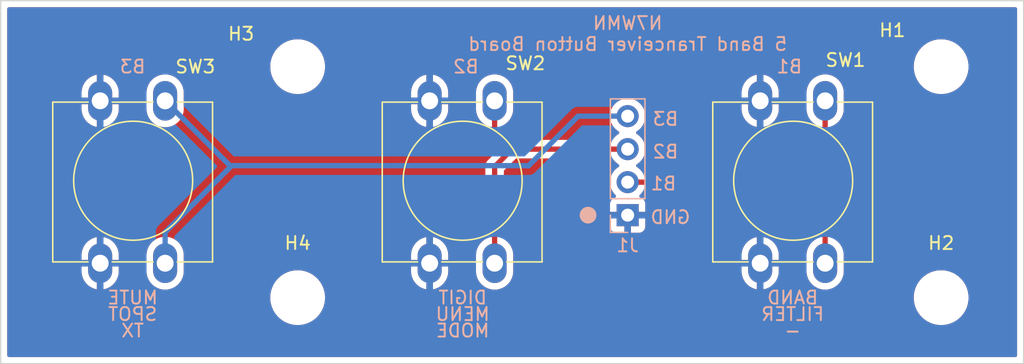
<source format=kicad_pcb>
(kicad_pcb (version 20211014) (generator pcbnew)
  (layers (0 "F.Cu" signal) (31 "B.Cu" signal) (34 "B.Paste" user) (35 "F.Paste" user) (36 "B.SilkS" user "B.Silkscreen") (37 "F.SilkS" user "F.Silkscreen") (38 "B.Mask" user) (39 "F.Mask" user) (44 "Edge.Cuts" user))
  (net 0 "")
  (net 1 "/B1")
  (net 2 "/B2")
  (net 3 "/B3")
  (net 4 "GND")
  (footprint "MountingHole:MountingHole_3.2mm_M3" (layer "F.Cu") (at 142.24 88.9)
    (fp_text reference "H4" (at 0 -4.2) (layer "F.SilkS"))
    (fp_text value "MountingHole")
    (pad "" np_thru_hole circle (at 0 0) (size 3.2 3.2) (drill 3.2) (layers *.Cu *.Mask))
  )
  (footprint "Button_Switch_THT:SW_PUSH-12mm" (layer "F.Cu") (at 177.84 86.25 90)
    (fp_text reference "SW1" (at 15.638 6.564 180) (layer "F.SilkS"))
    (fp_text value "SW_Push")
    (fp_line (start 12.4 -3.65) (end 12.4 -0.93) (layer "F.SilkS") (width 0.12))
    (fp_line (start 12.4 5.93) (end 12.4 8.65) (layer "F.SilkS") (width 0.12))
    (fp_line (start 0.1 4.07) (end 0.1 0.93) (layer "F.SilkS") (width 0.12))
    (fp_line (start 0.1 8.65) (end 0.1 5.93) (layer "F.SilkS") (width 0.12))
    (fp_line (start 12.4 0.93) (end 12.4 4.07) (layer "F.SilkS") (width 0.12))
    (fp_line (start 0.1 -3.65) (end 12.4 -3.65) (layer "F.SilkS") (width 0.12))
    (fp_line (start 0.1 -0.93) (end 0.1 -3.65) (layer "F.SilkS") (width 0.12))
    (fp_line (start 12.4 8.65) (end 0.1 8.65) (layer "F.SilkS") (width 0.12))
    (fp_circle (center 6.35 2.54) (end 10.16 5.08) (layer "F.SilkS") (width 0.12) (fill none))
    (pad "1" thru_hole oval (at 0 0 90) (size 3.048 1.85) (drill 1.3) (layers *.Cu *.Mask) (net 4 "GND"))
    (pad "1" thru_hole oval (at 12.5 0 90) (size 3.048 1.85) (drill 1.3) (layers *.Cu *.Mask) (net 4 "GND"))
    (pad "2" thru_hole oval (at 12.5 5 90) (size 3.048 1.85) (drill 1.3) (layers *.Cu *.Mask) (net 1 "/B1"))
    (pad "2" thru_hole oval (at 0 5 90) (size 3.048 1.85) (drill 1.3) (layers *.Cu *.Mask) (net 1 "/B1"))
  )
  (footprint "Button_Switch_THT:SW_PUSH-12mm" (layer "F.Cu") (at 127.04 86.25 90)
    (fp_text reference "SW3" (at 15.13 7.326 180) (layer "F.SilkS"))
    (fp_text value "SW_Push")
    (fp_line (start 12.4 0.93) (end 12.4 4.07) (layer "F.SilkS") (width 0.12))
    (fp_line (start 12.4 8.65) (end 0.1 8.65) (layer "F.SilkS") (width 0.12))
    (fp_line (start 0.1 -3.65) (end 12.4 -3.65) (layer "F.SilkS") (width 0.12))
    (fp_line (start 0.1 8.65) (end 0.1 5.93) (layer "F.SilkS") (width 0.12))
    (fp_line (start 12.4 5.93) (end 12.4 8.65) (layer "F.SilkS") (width 0.12))
    (fp_line (start 0.1 4.07) (end 0.1 0.93) (layer "F.SilkS") (width 0.12))
    (fp_line (start 0.1 -0.93) (end 0.1 -3.65) (layer "F.SilkS") (width 0.12))
    (fp_line (start 12.4 -3.65) (end 12.4 -0.93) (layer "F.SilkS") (width 0.12))
    (fp_circle (center 6.35 2.54) (end 10.16 5.08) (layer "F.SilkS") (width 0.12) (fill none))
    (pad "1" thru_hole oval (at 0 0 90) (size 3.048 1.85) (drill 1.3) (layers *.Cu *.Mask) (net 4 "GND"))
    (pad "1" thru_hole oval (at 12.5 0 90) (size 3.048 1.85) (drill 1.3) (layers *.Cu *.Mask) (net 4 "GND"))
    (pad "2" thru_hole oval (at 0 5 90) (size 3.048 1.85) (drill 1.3) (layers *.Cu *.Mask) (net 3 "/B3"))
    (pad "2" thru_hole oval (at 12.5 5 90) (size 3.048 1.85) (drill 1.3) (layers *.Cu *.Mask) (net 3 "/B3"))
  )
  (footprint "MountingHole:MountingHole_3.2mm_M3" (layer "F.Cu") (at 191.77 88.9)
    (fp_text reference "H2" (at 0 -4.2) (layer "F.SilkS"))
    (fp_text value "MountingHole")
    (pad "" np_thru_hole circle (at 0 0) (size 3.2 3.2) (drill 3.2) (layers *.Cu *.Mask))
  )
  (footprint "MountingHole:MountingHole_3.2mm_M3" (layer "F.Cu") (at 191.77 71.12)
    (fp_text reference "H1" (at -3.760197 -2.797525) (layer "F.SilkS"))
    (fp_text value "MountingHole")
    (pad "" np_thru_hole circle (at 0 0) (size 3.2 3.2) (drill 3.2) (layers *.Cu *.Mask))
  )
  (footprint "Button_Switch_THT:SW_PUSH-12mm" (layer "F.Cu") (at 152.4 86.25 90)
    (fp_text reference "SW2" (at 15.384 7.366 180) (layer "F.SilkS"))
    (fp_text value "SW_Push")
    (fp_line (start 0.1 8.65) (end 0.1 5.93) (layer "F.SilkS") (width 0.12))
    (fp_line (start 12.4 8.65) (end 0.1 8.65) (layer "F.SilkS") (width 0.12))
    (fp_line (start 0.1 -3.65) (end 12.4 -3.65) (layer "F.SilkS") (width 0.12))
    (fp_line (start 12.4 5.93) (end 12.4 8.65) (layer "F.SilkS") (width 0.12))
    (fp_line (start 12.4 -3.65) (end 12.4 -0.93) (layer "F.SilkS") (width 0.12))
    (fp_line (start 12.4 0.93) (end 12.4 4.07) (layer "F.SilkS") (width 0.12))
    (fp_line (start 0.1 4.07) (end 0.1 0.93) (layer "F.SilkS") (width 0.12))
    (fp_line (start 0.1 -0.93) (end 0.1 -3.65) (layer "F.SilkS") (width 0.12))
    (fp_circle (center 6.35 2.54) (end 10.16 5.08) (layer "F.SilkS") (width 0.12) (fill none))
    (pad "1" thru_hole oval (at 0 0 90) (size 3.048 1.85) (drill 1.3) (layers *.Cu *.Mask) (net 4 "GND"))
    (pad "1" thru_hole oval (at 12.5 0 90) (size 3.048 1.85) (drill 1.3) (layers *.Cu *.Mask) (net 4 "GND"))
    (pad "2" thru_hole oval (at 12.5 5 90) (size 3.048 1.85) (drill 1.3) (layers *.Cu *.Mask) (net 2 "/B2"))
    (pad "2" thru_hole oval (at 0 5 90) (size 3.048 1.85) (drill 1.3) (layers *.Cu *.Mask) (net 2 "/B2"))
  )
  (footprint "MountingHole:MountingHole_3.2mm_M3" (layer "F.Cu") (at 142.24 71.12)
    (fp_text reference "H3" (at -4.350855 -2.525538) (layer "F.SilkS"))
    (fp_text value "MountingHole")
    (pad "" np_thru_hole circle (at 0 0) (size 3.2 3.2) (drill 3.2) (layers *.Cu *.Mask))
  )
  (footprint "Connector_PinHeader_2.54mm:PinHeader_1x04_P2.54mm_Vertical" (layer "B.Cu") (at 167.64 82.55)
    (fp_text reference "J1" (at 0 2.33) (layer "B.SilkS") (effects (justify mirror)))
    (fp_text value "Conn_01x04_Female")
    (fp_line (start -1.33 -8.95) (end 1.33 -8.95) (layer "B.SilkS") (width 0.12))
    (fp_line (start -1.33 -1.27) (end -1.33 -8.95) (layer "B.SilkS") (width 0.12))
    (fp_line (start 1.33 -1.27) (end 1.33 -8.95) (layer "B.SilkS") (width 0.12))
    (fp_line (start -1.33 1.33) (end 0 1.33) (layer "B.SilkS") (width 0.12))
    (fp_line (start -1.33 -1.27) (end 1.33 -1.27) (layer "B.SilkS") (width 0.12))
    (fp_line (start -1.33 0) (end -1.33 1.33) (layer "B.SilkS") (width 0.12))
    (pad "1" thru_hole rect (at 0 0) (size 1.7 1.7) (drill 1) (layers *.Cu *.Mask) (net 4 "GND"))
    (pad "2" thru_hole oval (at 0 -2.54) (size 1.7 1.7) (drill 1) (layers *.Cu *.Mask) (net 1 "/B1"))
    (pad "3" thru_hole oval (at 0 -5.08) (size 1.7 1.7) (drill 1) (layers *.Cu *.Mask) (net 2 "/B2"))
    (pad "4" thru_hole oval (at 0 -7.62) (size 1.7 1.7) (drill 1) (layers *.Cu *.Mask) (net 3 "/B3"))
  )
  (gr_circle (center 164.592 82.55) (end 165.159961 82.55) (layer "B.SilkS") (width 0.15) (fill solid))
  (gr_rect (start 119.38 66.04) (end 198.12 93.98) (layer "Edge.Cuts") (width 0.1) (fill none))
  (gr_text "MUTE" (at 129.54 88.9) (layer "B.SilkS") (effects (font (size 1 1)) (justify mirror)))
  (gr_text "DIGIT" (at 154.94 88.9) (layer "B.SilkS") (effects (font (size 1 1)) (justify mirror)))
  (gr_text "SPOT" (at 129.54 90.17) (layer "B.SilkS") (effects (font (size 1 1)) (justify mirror)))
  (gr_text "TX" (at 129.54 91.44) (layer "B.SilkS") (effects (font (size 1 1)) (justify mirror)))
  (gr_text "B3" (at 129.54 71.12) (layer "B.SilkS") (effects (font (size 1 1)) (justify mirror)))
  (gr_text "MODE" (at 154.94 91.44) (layer "B.SilkS") (effects (font (size 1 1)) (justify mirror)))
  (gr_text "B1" (at 170.396371 80.121603) (layer "B.SilkS") (effects (font (size 1 1)) (justify mirror)))
  (gr_text "BAND" (at 180.34 88.9) (layer "B.SilkS") (effects (font (size 1 1)) (justify mirror)))
  (gr_text "N7WMN\n5 Band Tranceiver Button Board" (at 167.64 68.58) (layer "B.SilkS") (effects (font (size 1 1)) (justify mirror)))
  (gr_text "FILTER" (at 180.34 90.17) (layer "B.SilkS") (effects (font (size 1 1)) (justify mirror)))
  (gr_text "MENU" (at 154.94 90.17) (layer "B.SilkS") (effects (font (size 1 1)) (justify mirror)))
  (gr_text "B2" (at 170.552616 77.666329) (layer "B.SilkS") (effects (font (size 1 1)) (justify mirror)))
  (gr_text "B2" (at 155.194 71.12) (layer "B.SilkS") (effects (font (size 1 1)) (justify mirror)))
  (gr_text "B3" (at 170.552616 75.144092) (layer "B.SilkS") (effects (font (size 1 1)) (justify mirror)))
  (gr_text "B1" (at 180.086 71.12) (layer "B.SilkS") (effects (font (size 1 1)) (justify mirror)))
  (gr_text "-" (at 180.34 91.44) (layer "B.SilkS") (effects (font (size 1 1)) (justify mirror)))
  (gr_text "GND" (at 170.932067 82.710801) (layer "B.SilkS") (effects (font (size 1 1)) (justify mirror)))
  (segment (start 182.88 82.55) (end 182.84 82.59) (width 0.4064) (layer "F.Cu") (net 1))
  (segment (start 180.34 80.01) (end 182.88 82.55) (width 0.4064) (layer "F.Cu") (net 1))
  (segment (start 182.84 82.59) (end 182.84 86.25) (width 0.4064) (layer "F.Cu") (net 1))
  (segment (start 182.84 73.75) (end 182.84 77.51) (width 0.4064) (layer "F.Cu") (net 1))
  (segment (start 182.84 77.51) (end 180.34 80.01) (width 0.4064) (layer "F.Cu") (net 1))
  (segment (start 167.64 80.01) (end 180.34 80.01) (width 0.4064) (layer "F.Cu") (net 1))
  (segment (start 157.4 86.25) (end 157.4 78.82) (width 0.4064) (layer "F.Cu") (net 2))
  (segment (start 157.4 78.82) (end 158.75 77.47) (width 0.4064) (layer "F.Cu") (net 2))
  (segment (start 157.4 76.12) (end 157.4 73.75) (width 0.4064) (layer "F.Cu") (net 2))
  (segment (start 158.75 77.47) (end 157.4 76.12) (width 0.4064) (layer "F.Cu") (net 2))
  (segment (start 158.75 77.47) (end 167.64 77.47) (width 0.4064) (layer "F.Cu") (net 2))
  (segment (start 137.03 78.74) (end 132.04 73.75) (width 0.4064) (layer "B.Cu") (net 3))
  (segment (start 132.04 86.25) (end 132.04 83.86) (width 0.4064) (layer "B.Cu") (net 3))
  (segment (start 167.64 74.93) (end 163.83 74.93) (width 0.4064) (layer "B.Cu") (net 3))
  (segment (start 137.16 78.74) (end 137.03 78.74) (width 0.4064) (layer "B.Cu") (net 3))
  (segment (start 163.83 74.93) (end 160.02 78.74) (width 0.4064) (layer "B.Cu") (net 3))
  (segment (start 160.02 78.74) (end 137.16 78.74) (width 0.4064) (layer "B.Cu") (net 3))
  (segment (start 132.04 83.86) (end 137.16 78.74) (width 0.4064) (layer "B.Cu") (net 3))
  (zone (net 4) (net_name "GND") (layers F&B.Cu) (connect_pads (clearance 0.508)) (min_thickness 0.254) (fill yes (thermal_gap 0.508) (thermal_bridge_width 0.508))
    (polygon (pts (xy 198.12 93.98) (xy 119.38 93.98) (xy 119.38 66.04) (xy 198.12 66.04)))
  )
)
</source>
